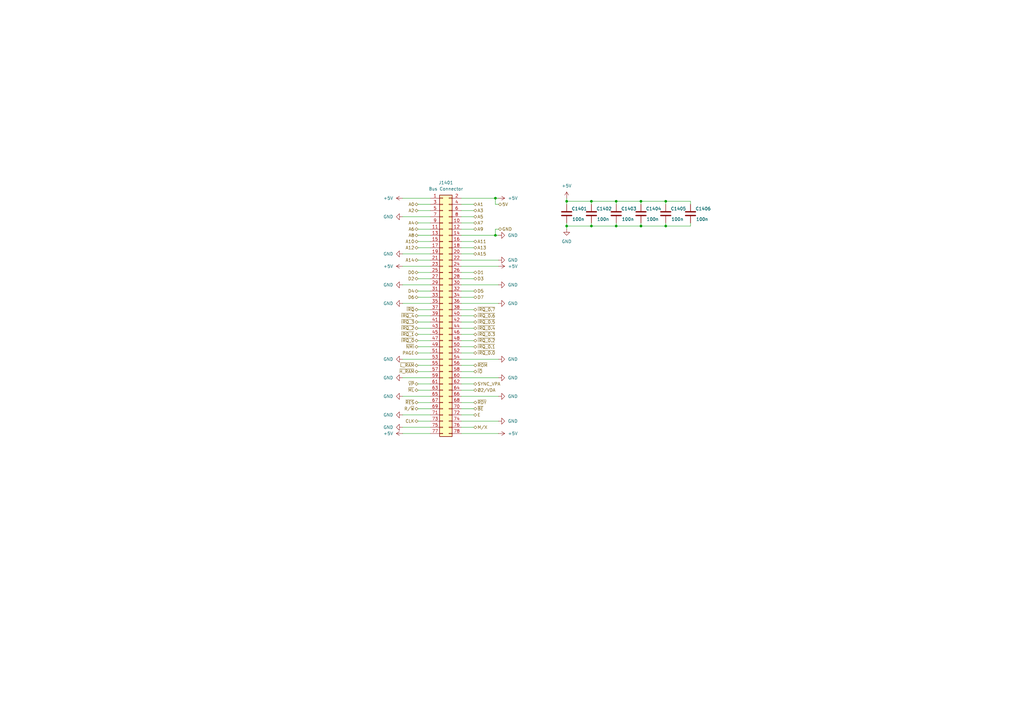
<source format=kicad_sch>
(kicad_sch (version 20231120) (generator "eeschema") (generator_version "8.0")
  (paper "A3")
  (title_block (title "SY65 Bus Card x16") (date "2024-06-16") (rev "1.0") (company "github.com/Synthron"))
  (lib_symbols
    (symbol "Connector_Generic:Conn_02x39_Odd_Even" (pin_names (offset 1.016) hide)
      (property "Reference" "J" (at 1.27 50.8 0))
      (property "Value" "Conn_02x39_Odd_Even" (at 1.27 -50.8 0))
      (symbol "Conn_02x39_Odd_Even_1_1"
        (rectangle (start -1.27 -48.133) (end 0 -48.387) (stroke (width 0.1524)))
        (rectangle (start -1.27 -45.593) (end 0 -45.847) (stroke (width 0.1524)))
        (rectangle (start -1.27 -43.053) (end 0 -43.307) (stroke (width 0.1524)))
        (rectangle (start -1.27 -40.513) (end 0 -40.767) (stroke (width 0.1524)))
        (rectangle (start -1.27 -37.973) (end 0 -38.227) (stroke (width 0.1524)))
        (rectangle (start -1.27 -35.433) (end 0 -35.687) (stroke (width 0.1524)))
        (rectangle (start -1.27 -32.893) (end 0 -33.147) (stroke (width 0.1524)))
        (rectangle (start -1.27 -30.353) (end 0 -30.607) (stroke (width 0.1524)))
        (rectangle (start -1.27 -27.813) (end 0 -28.067) (stroke (width 0.1524)))
        (rectangle (start -1.27 -25.273) (end 0 -25.527) (stroke (width 0.1524)))
        (rectangle (start -1.27 -22.733) (end 0 -22.987) (stroke (width 0.1524)))
        (rectangle (start -1.27 -20.193) (end 0 -20.447) (stroke (width 0.1524)))
        (rectangle (start -1.27 -17.653) (end 0 -17.907) (stroke (width 0.1524)))
        (rectangle (start -1.27 -15.113) (end 0 -15.367) (stroke (width 0.1524)))
        (rectangle (start -1.27 -12.573) (end 0 -12.827) (stroke (width 0.1524)))
        (rectangle (start -1.27 -10.033) (end 0 -10.287) (stroke (width 0.1524)))
        (rectangle (start -1.27 -7.493) (end 0 -7.747) (stroke (width 0.1524)))
        (rectangle (start -1.27 -4.953) (end 0 -5.207) (stroke (width 0.1524)))
        (rectangle (start -1.27 -2.413) (end 0 -2.667) (stroke (width 0.1524)))
        (rectangle (start -1.27 0.127) (end 0 -0.127) (stroke (width 0.1524)))
        (rectangle (start -1.27 2.667) (end 0 2.413) (stroke (width 0.1524)))
        (rectangle (start -1.27 5.207) (end 0 4.953) (stroke (width 0.1524)))
        (rectangle (start -1.27 7.747) (end 0 7.493) (stroke (width 0.1524)))
        (rectangle (start -1.27 10.287) (end 0 10.033) (stroke (width 0.1524)))
        (rectangle (start -1.27 12.827) (end 0 12.573) (stroke (width 0.1524)))
        (rectangle (start -1.27 15.367) (end 0 15.113) (stroke (width 0.1524)))
        (rectangle (start -1.27 17.907) (end 0 17.653) (stroke (width 0.1524)))
        (rectangle (start -1.27 20.447) (end 0 20.193) (stroke (width 0.1524)))
        (rectangle (start -1.27 22.987) (end 0 22.733) (stroke (width 0.1524)))
        (rectangle (start -1.27 25.527) (end 0 25.273) (stroke (width 0.1524)))
        (rectangle (start -1.27 28.067) (end 0 27.813) (stroke (width 0.1524)))
        (rectangle (start -1.27 30.607) (end 0 30.353) (stroke (width 0.1524)))
        (rectangle (start -1.27 33.147) (end 0 32.893) (stroke (width 0.1524)))
        (rectangle (start -1.27 35.687) (end 0 35.433) (stroke (width 0.1524)))
        (rectangle (start -1.27 38.227) (end 0 37.973) (stroke (width 0.1524)))
        (rectangle (start -1.27 40.767) (end 0 40.513) (stroke (width 0.1524)))
        (rectangle (start -1.27 43.307) (end 0 43.053) (stroke (width 0.1524)))
        (rectangle (start -1.27 45.847) (end 0 45.593) (stroke (width 0.1524)))
        (rectangle (start -1.27 48.387) (end 0 48.133) (stroke (width 0.1524)))
        (rectangle (start -1.27 49.53) (end 3.81 -49.53) (stroke (width 0.254)) (fill (type background)))
        (rectangle (start 3.81 -48.133) (end 2.54 -48.387) (stroke (width 0.1524)))
        (rectangle (start 3.81 -45.593) (end 2.54 -45.847) (stroke (width 0.1524)))
        (rectangle (start 3.81 -43.053) (end 2.54 -43.307) (stroke (width 0.1524)))
        (rectangle (start 3.81 -40.513) (end 2.54 -40.767) (stroke (width 0.1524)))
        (rectangle (start 3.81 -37.973) (end 2.54 -38.227) (stroke (width 0.1524)))
        (rectangle (start 3.81 -35.433) (end 2.54 -35.687) (stroke (width 0.1524)))
        (rectangle (start 3.81 -32.893) (end 2.54 -33.147) (stroke (width 0.1524)))
        (rectangle (start 3.81 -30.353) (end 2.54 -30.607) (stroke (width 0.1524)))
        (rectangle (start 3.81 -27.813) (end 2.54 -28.067) (stroke (width 0.1524)))
        (rectangle (start 3.81 -25.273) (end 2.54 -25.527) (stroke (width 0.1524)))
        (rectangle (start 3.81 -22.733) (end 2.54 -22.987) (stroke (width 0.1524)))
        (rectangle (start 3.81 -20.193) (end 2.54 -20.447) (stroke (width 0.1524)))
        (rectangle (start 3.81 -17.653) (end 2.54 -17.907) (stroke (width 0.1524)))
        (rectangle (start 3.81 -15.113) (end 2.54 -15.367) (stroke (width 0.1524)))
        (rectangle (start 3.81 -12.573) (end 2.54 -12.827) (stroke (width 0.1524)))
        (rectangle (start 3.81 -10.033) (end 2.54 -10.287) (stroke (width 0.1524)))
        (rectangle (start 3.81 -7.493) (end 2.54 -7.747) (stroke (width 0.1524)))
        (rectangle (start 3.81 -4.953) (end 2.54 -5.207) (stroke (width 0.1524)))
        (rectangle (start 3.81 -2.413) (end 2.54 -2.667) (stroke (width 0.1524)))
        (rectangle (start 3.81 0.127) (end 2.54 -0.127) (stroke (width 0.1524)))
        (rectangle (start 3.81 2.667) (end 2.54 2.413) (stroke (width 0.1524)))
        (rectangle (start 3.81 5.207) (end 2.54 4.953) (stroke (width 0.1524)))
        (rectangle (start 3.81 7.747) (end 2.54 7.493) (stroke (width 0.1524)))
        (rectangle (start 3.81 10.287) (end 2.54 10.033) (stroke (width 0.1524)))
        (rectangle (start 3.81 12.827) (end 2.54 12.573) (stroke (width 0.1524)))
        (rectangle (start 3.81 15.367) (end 2.54 15.113) (stroke (width 0.1524)))
        (rectangle (start 3.81 17.907) (end 2.54 17.653) (stroke (width 0.1524)))
        (rectangle (start 3.81 20.447) (end 2.54 20.193) (stroke (width 0.1524)))
        (rectangle (start 3.81 22.987) (end 2.54 22.733) (stroke (width 0.1524)))
        (rectangle (start 3.81 25.527) (end 2.54 25.273) (stroke (width 0.1524)))
        (rectangle (start 3.81 28.067) (end 2.54 27.813) (stroke (width 0.1524)))
        (rectangle (start 3.81 30.607) (end 2.54 30.353) (stroke (width 0.1524)))
        (rectangle (start 3.81 33.147) (end 2.54 32.893) (stroke (width 0.1524)))
        (rectangle (start 3.81 35.687) (end 2.54 35.433) (stroke (width 0.1524)))
        (rectangle (start 3.81 38.227) (end 2.54 37.973) (stroke (width 0.1524)))
        (rectangle (start 3.81 40.767) (end 2.54 40.513) (stroke (width 0.1524)))
        (rectangle (start 3.81 43.307) (end 2.54 43.053) (stroke (width 0.1524)))
        (rectangle (start 3.81 45.847) (end 2.54 45.593) (stroke (width 0.1524)))
        (rectangle (start 3.81 48.387) (end 2.54 48.133) (stroke (width 0.1524)))
        (pin passive line (at -5.08 48.26 0) (length 3.81) (name "Pin_1") (number "1"))
        (pin passive line (at 7.62 38.1 180) (length 3.81) (name "Pin_10") (number "10"))
        (pin passive line (at -5.08 35.56 0) (length 3.81) (name "Pin_11") (number "11"))
        (pin passive line (at 7.62 35.56 180) (length 3.81) (name "Pin_12") (number "12"))
        (pin passive line (at -5.08 33.02 0) (length 3.81) (name "Pin_13") (number "13"))
        (pin passive line (at 7.62 33.02 180) (length 3.81) (name "Pin_14") (number "14"))
        (pin passive line (at -5.08 30.48 0) (length 3.81) (name "Pin_15") (number "15"))
        (pin passive line (at 7.62 30.48 180) (length 3.81) (name "Pin_16") (number "16"))
        (pin passive line (at -5.08 27.94 0) (length 3.81) (name "Pin_17") (number "17"))
        (pin passive line (at 7.62 27.94 180) (length 3.81) (name "Pin_18") (number "18"))
        (pin passive line (at -5.08 25.4 0) (length 3.81) (name "Pin_19") (number "19"))
        (pin passive line (at 7.62 48.26 180) (length 3.81) (name "Pin_2") (number "2"))
        (pin passive line (at 7.62 25.4 180) (length 3.81) (name "Pin_20") (number "20"))
        (pin passive line (at -5.08 22.86 0) (length 3.81) (name "Pin_21") (number "21"))
        (pin passive line (at 7.62 22.86 180) (length 3.81) (name "Pin_22") (number "22"))
        (pin passive line (at -5.08 20.32 0) (length 3.81) (name "Pin_23") (number "23"))
        (pin passive line (at 7.62 20.32 180) (length 3.81) (name "Pin_24") (number "24"))
        (pin passive line (at -5.08 17.78 0) (length 3.81) (name "Pin_25") (number "25"))
        (pin passive line (at 7.62 17.78 180) (length 3.81) (name "Pin_26") (number "26"))
        (pin passive line (at -5.08 15.24 0) (length 3.81) (name "Pin_27") (number "27"))
        (pin passive line (at 7.62 15.24 180) (length 3.81) (name "Pin_28") (number "28"))
        (pin passive line (at -5.08 12.7 0) (length 3.81) (name "Pin_29") (number "29"))
        (pin passive line (at -5.08 45.72 0) (length 3.81) (name "Pin_3") (number "3"))
        (pin passive line (at 7.62 12.7 180) (length 3.81) (name "Pin_30") (number "30"))
        (pin passive line (at -5.08 10.16 0) (length 3.81) (name "Pin_31") (number "31"))
        (pin passive line (at 7.62 10.16 180) (length 3.81) (name "Pin_32") (number "32"))
        (pin passive line (at -5.08 7.62 0) (length 3.81) (name "Pin_33") (number "33"))
        (pin passive line (at 7.62 7.62 180) (length 3.81) (name "Pin_34") (number "34"))
        (pin passive line (at -5.08 5.08 0) (length 3.81) (name "Pin_35") (number "35"))
        (pin passive line (at 7.62 5.08 180) (length 3.81) (name "Pin_36") (number "36"))
        (pin passive line (at -5.08 2.54 0) (length 3.81) (name "Pin_37") (number "37"))
        (pin passive line (at 7.62 2.54 180) (length 3.81) (name "Pin_38") (number "38"))
        (pin passive line (at -5.08 0 0) (length 3.81) (name "Pin_39") (number "39"))
        (pin passive line (at 7.62 45.72 180) (length 3.81) (name "Pin_4") (number "4"))
        (pin passive line (at 7.62 0 180) (length 3.81) (name "Pin_40") (number "40"))
        (pin passive line (at -5.08 -2.54 0) (length 3.81) (name "Pin_41") (number "41"))
        (pin passive line (at 7.62 -2.54 180) (length 3.81) (name "Pin_42") (number "42"))
        (pin passive line (at -5.08 -5.08 0) (length 3.81) (name "Pin_43") (number "43"))
        (pin passive line (at 7.62 -5.08 180) (length 3.81) (name "Pin_44") (number "44"))
        (pin passive line (at -5.08 -7.62 0) (length 3.81) (name "Pin_45") (number "45"))
        (pin passive line (at 7.62 -7.62 180) (length 3.81) (name "Pin_46") (number "46"))
        (pin passive line (at -5.08 -10.16 0) (length 3.81) (name "Pin_47") (number "47"))
        (pin passive line (at 7.62 -10.16 180) (length 3.81) (name "Pin_48") (number "48"))
        (pin passive line (at -5.08 -12.7 0) (length 3.81) (name "Pin_49") (number "49"))
        (pin passive line (at -5.08 43.18 0) (length 3.81) (name "Pin_5") (number "5"))
        (pin passive line (at 7.62 -12.7 180) (length 3.81) (name "Pin_50") (number "50"))
        (pin passive line (at -5.08 -15.24 0) (length 3.81) (name "Pin_51") (number "51"))
        (pin passive line (at 7.62 -15.24 180) (length 3.81) (name "Pin_52") (number "52"))
        (pin passive line (at -5.08 -17.78 0) (length 3.81) (name "Pin_53") (number "53"))
        (pin passive line (at 7.62 -17.78 180) (length 3.81) (name "Pin_54") (number "54"))
        (pin passive line (at -5.08 -20.32 0) (length 3.81) (name "Pin_55") (number "55"))
        (pin passive line (at 7.62 -20.32 180) (length 3.81) (name "Pin_56") (number "56"))
        (pin passive line (at -5.08 -22.86 0) (length 3.81) (name "Pin_57") (number "57"))
        (pin passive line (at 7.62 -22.86 180) (length 3.81) (name "Pin_58") (number "58"))
        (pin passive line (at -5.08 -25.4 0) (length 3.81) (name "Pin_59") (number "59"))
        (pin passive line (at 7.62 43.18 180) (length 3.81) (name "Pin_6") (number "6"))
        (pin passive line (at 7.62 -25.4 180) (length 3.81) (name "Pin_60") (number "60"))
        (pin passive line (at -5.08 -27.94 0) (length 3.81) (name "Pin_61") (number "61"))
        (pin passive line (at 7.62 -27.94 180) (length 3.81) (name "Pin_62") (number "62"))
        (pin passive line (at -5.08 -30.48 0) (length 3.81) (name "Pin_63") (number "63"))
        (pin passive line (at 7.62 -30.48 180) (length 3.81) (name "Pin_64") (number "64"))
        (pin passive line (at -5.08 -33.02 0) (length 3.81) (name "Pin_65") (number "65"))
        (pin passive line (at 7.62 -33.02 180) (length 3.81) (name "Pin_66") (number "66"))
        (pin passive line (at -5.08 -35.56 0) (length 3.81) (name "Pin_67") (number "67"))
        (pin passive line (at 7.62 -35.56 180) (length 3.81) (name "Pin_68") (number "68"))
        (pin passive line (at -5.08 -38.1 0) (length 3.81) (name "Pin_69") (number "69"))
        (pin passive line (at -5.08 40.64 0) (length 3.81) (name "Pin_7") (number "7"))
        (pin passive line (at 7.62 -38.1 180) (length 3.81) (name "Pin_70") (number "70"))
        (pin passive line (at -5.08 -40.64 0) (length 3.81) (name "Pin_71") (number "71"))
        (pin passive line (at 7.62 -40.64 180) (length 3.81) (name "Pin_72") (number "72"))
        (pin passive line (at -5.08 -43.18 0) (length 3.81) (name "Pin_73") (number "73"))
        (pin passive line (at 7.62 -43.18 180) (length 3.81) (name "Pin_74") (number "74"))
        (pin passive line (at -5.08 -45.72 0) (length 3.81) (name "Pin_75") (number "75"))
        (pin passive line (at 7.62 -45.72 180) (length 3.81) (name "Pin_76") (number "76"))
        (pin passive line (at -5.08 -48.26 0) (length 3.81) (name "Pin_77") (number "77"))
        (pin passive line (at 7.62 -48.26 180) (length 3.81) (name "Pin_78") (number "78"))
        (pin passive line (at 7.62 40.64 180) (length 3.81) (name "Pin_8") (number "8"))
        (pin passive line (at -5.08 38.1 0) (length 3.81) (name "Pin_9") (number "9"))
      )
    )
    (symbol "Device:C" (pin_numbers hide) (pin_names (offset 0.254))
      (property "Reference" "C" (at 0.635 2.54 0))
      (property "Value" "C" (at 0.635 -2.54 0))
      (symbol "C_0_1"
        (polyline (pts (xy -2.032 -0.762) (xy 2.032 -0.762)) (stroke (width 0.508)))
        (polyline (pts (xy -2.032 0.762) (xy 2.032 0.762)) (stroke (width 0.508)))
      )
      (symbol "C_1_1"
        (pin passive line (at 0 3.81 270) (length 2.794) (name "~") (number "1"))
        (pin passive line (at 0 -3.81 90) (length 2.794) (name "~") (number "2"))
      )
    )
    (symbol "power:+5V" (power) (pin_numbers hide) (pin_names (offset 0) hide)
      (property "Value" "+5V" (at 0 3.556 0))
      (symbol "+5V_0_1"
        (polyline (pts (xy -0.762 1.27) (xy 0 2.54)))
        (polyline (pts (xy 0 0) (xy 0 2.54)))
        (polyline (pts (xy 0 2.54) (xy 0.762 1.27)))
      )
      (symbol "+5V_1_1"
        (pin power_in line (at 0 0 90) (length 0) (name "~") (number "1"))
      )
    )
    (symbol "power:GND" (power) (pin_numbers hide) (pin_names (offset 0) hide)
      (property "Value" "GND" (at 0 -3.81 0))
      (symbol "GND_0_1"
        (polyline (pts (xy 0 0) (xy 0 -1.27) (xy 1.27 -1.27) (xy 0 -2.54) (xy -1.27 -1.27) (xy 0 -1.27)))
      )
      (symbol "GND_1_1"
        (pin power_in line (at 0 0 270) (length 0) (name "~") (number "1"))
      )
    )
  )
  (junction (at 273.05 82.55))
  (junction (at 252.73 82.55))
  (junction (at 262.89 92.71))
  (junction (at 203.2 81.28))
  (junction (at 273.05 92.71))
  (junction (at 203.2 96.52))
  (junction (at 232.41 92.71))
  (junction (at 262.89 82.55))
  (junction (at 242.57 82.55))
  (junction (at 252.73 92.71))
  (junction (at 232.41 82.55))
  (junction (at 242.57 92.71))
  (wire (pts (xy 273.05 82.55) (xy 273.05 83.82)))
  (wire (pts (xy 171.45 142.24) (xy 176.53 142.24)))
  (wire (pts (xy 203.2 93.98) (xy 203.2 96.52)))
  (wire (pts (xy 194.31 119.38) (xy 189.23 119.38)))
  (wire (pts (xy 194.31 139.7) (xy 189.23 139.7)))
  (wire (pts (xy 171.45 83.82) (xy 176.53 83.82)))
  (wire (pts (xy 171.45 93.98) (xy 176.53 93.98)))
  (wire (pts (xy 171.45 160.02) (xy 176.53 160.02)))
  (wire (pts (xy 204.47 162.56) (xy 189.23 162.56)))
  (wire (pts (xy 171.45 165.1) (xy 176.53 165.1)))
  (wire (pts (xy 171.45 172.72) (xy 176.53 172.72)))
  (wire (pts (xy 204.47 109.22) (xy 189.23 109.22)))
  (wire (pts (xy 171.45 106.68) (xy 176.53 106.68)))
  (wire (pts (xy 194.31 157.48) (xy 189.23 157.48)))
  (wire (pts (xy 204.47 96.52) (xy 203.2 96.52)))
  (wire (pts (xy 262.89 91.44) (xy 262.89 92.71)))
  (wire (pts (xy 204.47 124.46) (xy 189.23 124.46)))
  (wire (pts (xy 242.57 92.71) (xy 232.41 92.71)))
  (wire (pts (xy 204.47 116.84) (xy 189.23 116.84)))
  (wire (pts (xy 252.73 92.71) (xy 242.57 92.71)))
  (wire (pts (xy 171.45 134.62) (xy 176.53 134.62)))
  (wire (pts (xy 194.31 127) (xy 189.23 127)))
  (wire (pts (xy 252.73 91.44) (xy 252.73 92.71)))
  (wire (pts (xy 194.31 83.82) (xy 189.23 83.82)))
  (wire (pts (xy 194.31 132.08) (xy 189.23 132.08)))
  (wire (pts (xy 194.31 121.92) (xy 189.23 121.92)))
  (wire (pts (xy 194.31 134.62) (xy 189.23 134.62)))
  (wire (pts (xy 204.47 147.32) (xy 189.23 147.32)))
  (wire (pts (xy 171.45 129.54) (xy 176.53 129.54)))
  (wire (pts (xy 194.31 88.9) (xy 189.23 88.9)))
  (wire (pts (xy 171.45 167.64) (xy 176.53 167.64)))
  (wire (pts (xy 165.1 81.28) (xy 176.53 81.28)))
  (wire (pts (xy 273.05 82.55) (xy 262.89 82.55)))
  (wire (pts (xy 171.45 111.76) (xy 176.53 111.76)))
  (wire (pts (xy 194.31 165.1) (xy 189.23 165.1)))
  (wire (pts (xy 165.1 154.94) (xy 176.53 154.94)))
  (wire (pts (xy 171.45 119.38) (xy 176.53 119.38)))
  (wire (pts (xy 252.73 82.55) (xy 242.57 82.55)))
  (wire (pts (xy 165.1 88.9) (xy 176.53 88.9)))
  (wire (pts (xy 194.31 149.86) (xy 189.23 149.86)))
  (wire (pts (xy 204.47 83.82) (xy 203.2 83.82)))
  (wire (pts (xy 194.31 111.76) (xy 189.23 111.76)))
  (wire (pts (xy 171.45 144.78) (xy 176.53 144.78)))
  (wire (pts (xy 165.1 147.32) (xy 176.53 147.32)))
  (wire (pts (xy 194.31 160.02) (xy 189.23 160.02)))
  (wire (pts (xy 165.1 175.26) (xy 176.53 175.26)))
  (wire (pts (xy 203.2 83.82) (xy 203.2 81.28)))
  (wire (pts (xy 273.05 92.71) (xy 262.89 92.71)))
  (wire (pts (xy 194.31 86.36) (xy 189.23 86.36)))
  (wire (pts (xy 273.05 91.44) (xy 273.05 92.71)))
  (wire (pts (xy 204.47 93.98) (xy 203.2 93.98)))
  (wire (pts (xy 262.89 82.55) (xy 252.73 82.55)))
  (wire (pts (xy 194.31 101.6) (xy 189.23 101.6)))
  (wire (pts (xy 171.45 132.08) (xy 176.53 132.08)))
  (wire (pts (xy 203.2 81.28) (xy 189.23 81.28)))
  (wire (pts (xy 262.89 92.71) (xy 252.73 92.71)))
  (wire (pts (xy 203.2 96.52) (xy 189.23 96.52)))
  (wire (pts (xy 171.45 139.7) (xy 176.53 139.7)))
  (wire (pts (xy 171.45 127) (xy 176.53 127)))
  (wire (pts (xy 171.45 152.4) (xy 176.53 152.4)))
  (wire (pts (xy 283.21 92.71) (xy 273.05 92.71)))
  (wire (pts (xy 171.45 157.48) (xy 176.53 157.48)))
  (wire (pts (xy 232.41 91.44) (xy 232.41 92.71)))
  (wire (pts (xy 194.31 170.18) (xy 189.23 170.18)))
  (wire (pts (xy 165.1 116.84) (xy 176.53 116.84)))
  (wire (pts (xy 194.31 137.16) (xy 189.23 137.16)))
  (wire (pts (xy 194.31 91.44) (xy 189.23 91.44)))
  (wire (pts (xy 171.45 121.92) (xy 176.53 121.92)))
  (wire (pts (xy 194.31 142.24) (xy 189.23 142.24)))
  (wire (pts (xy 171.45 99.06) (xy 176.53 99.06)))
  (wire (pts (xy 171.45 137.16) (xy 176.53 137.16)))
  (wire (pts (xy 232.41 82.55) (xy 232.41 81.28)))
  (wire (pts (xy 262.89 82.55) (xy 262.89 83.82)))
  (wire (pts (xy 171.45 149.86) (xy 176.53 149.86)))
  (wire (pts (xy 232.41 92.71) (xy 232.41 93.98)))
  (wire (pts (xy 204.47 81.28) (xy 203.2 81.28)))
  (wire (pts (xy 194.31 93.98) (xy 189.23 93.98)))
  (wire (pts (xy 171.45 96.52) (xy 176.53 96.52)))
  (wire (pts (xy 252.73 82.55) (xy 252.73 83.82)))
  (wire (pts (xy 165.1 104.14) (xy 176.53 104.14)))
  (wire (pts (xy 242.57 82.55) (xy 232.41 82.55)))
  (wire (pts (xy 242.57 91.44) (xy 242.57 92.71)))
  (wire (pts (xy 165.1 124.46) (xy 176.53 124.46)))
  (wire (pts (xy 165.1 109.22) (xy 176.53 109.22)))
  (wire (pts (xy 171.45 114.3) (xy 176.53 114.3)))
  (wire (pts (xy 194.31 114.3) (xy 189.23 114.3)))
  (wire (pts (xy 194.31 99.06) (xy 189.23 99.06)))
  (wire (pts (xy 194.31 129.54) (xy 189.23 129.54)))
  (wire (pts (xy 194.31 167.64) (xy 189.23 167.64)))
  (wire (pts (xy 204.47 106.68) (xy 189.23 106.68)))
  (wire (pts (xy 283.21 83.82) (xy 283.21 82.55)))
  (wire (pts (xy 204.47 177.8) (xy 189.23 177.8)))
  (wire (pts (xy 204.47 154.94) (xy 189.23 154.94)))
  (wire (pts (xy 165.1 177.8) (xy 176.53 177.8)))
  (wire (pts (xy 232.41 83.82) (xy 232.41 82.55)))
  (wire (pts (xy 171.45 91.44) (xy 176.53 91.44)))
  (wire (pts (xy 242.57 82.55) (xy 242.57 83.82)))
  (wire (pts (xy 283.21 91.44) (xy 283.21 92.71)))
  (wire (pts (xy 194.31 152.4) (xy 189.23 152.4)))
  (wire (pts (xy 194.31 175.26) (xy 189.23 175.26)))
  (wire (pts (xy 171.45 86.36) (xy 176.53 86.36)))
  (wire (pts (xy 171.45 101.6) (xy 176.53 101.6)))
  (wire (pts (xy 165.1 170.18) (xy 176.53 170.18)))
  (wire (pts (xy 194.31 104.14) (xy 189.23 104.14)))
  (wire (pts (xy 283.21 82.55) (xy 273.05 82.55)))
  (wire (pts (xy 165.1 162.56) (xy 176.53 162.56)))
  (wire (pts (xy 194.31 144.78) (xy 189.23 144.78)))
  (wire (pts (xy 204.47 172.72) (xy 189.23 172.72)))
  (hierarchical_label "A2" (shape bidirectional) (at 171.45 86.36 180))
  (hierarchical_label "~{ROM}" (shape bidirectional) (at 194.31 149.86 0))
  (hierarchical_label "A9" (shape bidirectional) (at 194.31 93.98 0))
  (hierarchical_label "~{IRQ_0.3}" (shape bidirectional) (at 194.31 137.16 0))
  (hierarchical_label "D4" (shape bidirectional) (at 171.45 119.38 180))
  (hierarchical_label "~{BE}" (shape bidirectional) (at 194.31 167.64 0))
  (hierarchical_label "~{IRQ_0}" (shape bidirectional) (at 171.45 139.7 180))
  (hierarchical_label "~{IRQ_3}" (shape bidirectional) (at 171.45 132.08 180))
  (hierarchical_label "E" (shape bidirectional) (at 194.31 170.18 0))
  (hierarchical_label "D3" (shape bidirectional) (at 194.31 114.3 0))
  (hierarchical_label "PAGE" (shape bidirectional) (at 171.45 144.78 180))
  (hierarchical_label "D7" (shape bidirectional) (at 194.31 121.92 0))
  (hierarchical_label "~{IRQ_1}" (shape bidirectional) (at 171.45 137.16 180))
  (hierarchical_label "~{IRQ}" (shape bidirectional) (at 171.45 127 180))
  (hierarchical_label "~{IRQ_4}" (shape bidirectional) (at 171.45 129.54 180))
  (hierarchical_label "~{IRQ_0.1}" (shape bidirectional) (at 194.31 142.24 0))
  (hierarchical_label "~{RES}" (shape bidirectional) (at 171.45 165.1 180))
  (hierarchical_label "A7" (shape bidirectional) (at 194.31 91.44 0))
  (hierarchical_label "M{slash}X" (shape bidirectional) (at 194.31 175.26 0))
  (hierarchical_label "D2" (shape bidirectional) (at 171.45 114.3 180))
  (hierarchical_label "A4" (shape bidirectional) (at 171.45 91.44 180))
  (hierarchical_label "D6" (shape bidirectional) (at 171.45 121.92 180))
  (hierarchical_label "~{IRQ_0.4}" (shape bidirectional) (at 194.31 134.62 0))
  (hierarchical_label "A12" (shape bidirectional) (at 171.45 101.6 180))
  (hierarchical_label "~{IRQ_0.7}" (shape bidirectional) (at 194.31 127 0))
  (hierarchical_label "~{ML}" (shape bidirectional) (at 171.45 160.02 180))
  (hierarchical_label "~{IRQ_0.0}" (shape bidirectional) (at 194.31 144.78 0))
  (hierarchical_label "~{IO}" (shape bidirectional) (at 194.31 152.4 0))
  (hierarchical_label "CLK" (shape bidirectional) (at 171.45 172.72 180))
  (hierarchical_label "A0" (shape bidirectional) (at 171.45 83.82 180))
  (hierarchical_label "A1" (shape bidirectional) (at 194.31 83.82 0))
  (hierarchical_label "SYNC_VPA" (shape bidirectional) (at 194.31 157.48 0))
  (hierarchical_label "Ø2{slash}VDA" (shape bidirectional) (at 194.31 160.02 0))
  (hierarchical_label "D1" (shape bidirectional) (at 194.31 111.76 0))
  (hierarchical_label "A13" (shape bidirectional) (at 194.31 101.6 0))
  (hierarchical_label "A8" (shape bidirectional) (at 171.45 96.52 180))
  (hierarchical_label "A3" (shape bidirectional) (at 194.31 86.36 0))
  (hierarchical_label "A10" (shape bidirectional) (at 171.45 99.06 180))
  (hierarchical_label "~{IRQ_0.2}" (shape bidirectional) (at 194.31 139.7 0))
  (hierarchical_label "A14" (shape bidirectional) (at 171.45 106.68 180))
  (hierarchical_label "GND" (shape bidirectional) (at 204.47 93.98 0))
  (hierarchical_label "~{VP}" (shape bidirectional) (at 171.45 157.48 180))
  (hierarchical_label "~{IRQ_0.5}" (shape bidirectional) (at 194.31 132.08 0))
  (hierarchical_label "A6" (shape bidirectional) (at 171.45 93.98 180))
  (hierarchical_label "D5" (shape bidirectional) (at 194.31 119.38 0))
  (hierarchical_label "A15" (shape bidirectional) (at 194.31 104.14 0))
  (hierarchical_label "~{IRQ_0.6}" (shape bidirectional) (at 194.31 129.54 0))
  (hierarchical_label "A5" (shape bidirectional) (at 194.31 88.9 0))
  (hierarchical_label "5V" (shape bidirectional) (at 204.47 83.82 0))
  (hierarchical_label "~{RDY}" (shape bidirectional) (at 194.31 165.1 0))
  (hierarchical_label "R{slash}~{W}" (shape bidirectional) (at 171.45 167.64 180))
  (hierarchical_label "A11" (shape bidirectional) (at 194.31 99.06 0))
  (hierarchical_label "~{IRQ_2}" (shape bidirectional) (at 171.45 134.62 180))
  (hierarchical_label "~{L_RAM}" (shape bidirectional) (at 171.45 149.86 180))
  (hierarchical_label "~{NMI}" (shape bidirectional) (at 171.45 142.24 180))
  (hierarchical_label "D0" (shape bidirectional) (at 171.45 111.76 180))
  (hierarchical_label "~{H_RAM}" (shape bidirectional) (at 171.45 152.4 180))
  (symbol (lib_id "Connector_Generic:Conn_02x39_Odd_Even") (at 181.61 129.54 0) (unit 1)
    (property "Reference" "J201" (at 182.88 74.93 0))
    (property "Value" "Bus Connector" (at 182.88 77.47 0))
    (property "Description" "Generic connector, double row, 02x39, odd/even pin numbering scheme (row 1 odd numbers, row 2 even numbers), script generated (kicad-library-utils/schlib/autogen/connector/)" (effects (hide yes)))
    (instances (project "Bus_Card" (path "" (reference "J1401") (unit 1)) (path "" (reference "J1101") (unit 1)) (path "" (reference "J1601") (unit 1)) (path "" (reference "J401") (unit 1)) (path "" (reference "J701") (unit 1)) (path "" (reference "J1501") (unit 1)) (path "" (reference "J601") (unit 1)) (path "" (reference "J801") (unit 1)) (path "" (reference "J201") (unit 1)) (path "" (reference "J1201") (unit 1)) (path "" (reference "J301") (unit 1)) (path "" (reference "J1701") (unit 1)) (path "" (reference "J1301") (unit 1)) (path "" (reference "J1001") (unit 1)) (path "" (reference "J501") (unit 1)) (path "" (reference "J901") (unit 1))))
  )
  (symbol (lib_id "power:GND") (at 232.41 93.98 0) (unit 1)
    (property "Reference" "#PWR0225" (effects (hide yes)))
    (property "Value" "GND" (at 232.41 99.06 0))
    (property "Description" "Power symbol creates a global label with name \"GND\" , ground" (effects (hide yes)))
    (instances (project "Bus_Card" (path "" (reference "#PWR01425") (unit 1)) (path "" (reference "#PWR01125") (unit 1)) (path "" (reference "#PWR01625") (unit 1)) (path "" (reference "#PWR0425") (unit 1)) (path "" (reference "#PWR0725") (unit 1)) (path "" (reference "#PWR01525") (unit 1)) (path "" (reference "#PWR0625") (unit 1)) (path "" (reference "#PWR0825") (unit 1)) (path "" (reference "#PWR0225") (unit 1)) (path "" (reference "#PWR01225") (unit 1)) (path "" (reference "#PWR0325") (unit 1)) (path "" (reference "#PWR01725") (unit 1)) (path "" (reference "#PWR01325") (unit 1)) (path "" (reference "#PWR01025") (unit 1)) (path "" (reference "#PWR0525") (unit 1)) (path "" (reference "#PWR0925") (unit 1))))
  )
  (symbol (lib_id "Device:C") (at 242.57 87.63 0) (unit 1)
    (property "Reference" "C202" (at 244.602 85.598 0) (effects (justify left)))
    (property "Value" "100n" (at 244.856 89.916 0) (effects (justify left)))
    (property "Description" "Unpolarized capacitor" (effects (hide yes)))
    (instances (project "Bus_Card" (path "" (reference "C1402") (unit 1)) (path "" (reference "C1102") (unit 1)) (path "" (reference "C1602") (unit 1)) (path "" (reference "C402") (unit 1)) (path "" (reference "C702") (unit 1)) (path "" (reference "C1502") (unit 1)) (path "" (reference "C602") (unit 1)) (path "" (reference "C802") (unit 1)) (path "" (reference "C202") (unit 1)) (path "" (reference "C1202") (unit 1)) (path "" (reference "C302") (unit 1)) (path "" (reference "C1702") (unit 1)) (path "" (reference "C1302") (unit 1)) (path "" (reference "C1002") (unit 1)) (path "" (reference "C502") (unit 1)) (path "" (reference "C902") (unit 1))))
  )
  (symbol (lib_id "power:GND") (at 165.1 175.26 270) (unit 1)
    (property "Reference" "#PWR0221" (effects (hide yes)))
    (property "Value" "GND" (at 161.29 175.2599 90) (effects (justify right)))
    (property "Description" "Power symbol creates a global label with name \"GND\" , ground" (effects (hide yes)))
    (instances (project "Bus_Card" (path "" (reference "#PWR01421") (unit 1)) (path "" (reference "#PWR01121") (unit 1)) (path "" (reference "#PWR01621") (unit 1)) (path "" (reference "#PWR0421") (unit 1)) (path "" (reference "#PWR0721") (unit 1)) (path "" (reference "#PWR01521") (unit 1)) (path "" (reference "#PWR0621") (unit 1)) (path "" (reference "#PWR0821") (unit 1)) (path "" (reference "#PWR0221") (unit 1)) (path "" (reference "#PWR01221") (unit 1)) (path "" (reference "#PWR0321") (unit 1)) (path "" (reference "#PWR01721") (unit 1)) (path "" (reference "#PWR01321") (unit 1)) (path "" (reference "#PWR01021") (unit 1)) (path "" (reference "#PWR0521") (unit 1)) (path "" (reference "#PWR0921") (unit 1))))
  )
  (symbol (lib_id "power:GND") (at 165.1 116.84 270) (unit 1)
    (property "Reference" "#PWR0209" (effects (hide yes)))
    (property "Value" "GND" (at 161.29 116.8399 90) (effects (justify right)))
    (property "Description" "Power symbol creates a global label with name \"GND\" , ground" (effects (hide yes)))
    (instances (project "Bus_Card" (path "" (reference "#PWR01409") (unit 1)) (path "" (reference "#PWR01109") (unit 1)) (path "" (reference "#PWR01609") (unit 1)) (path "" (reference "#PWR0409") (unit 1)) (path "" (reference "#PWR0709") (unit 1)) (path "" (reference "#PWR01509") (unit 1)) (path "" (reference "#PWR0609") (unit 1)) (path "" (reference "#PWR0809") (unit 1)) (path "" (reference "#PWR0209") (unit 1)) (path "" (reference "#PWR01209") (unit 1)) (path "" (reference "#PWR0309") (unit 1)) (path "" (reference "#PWR01709") (unit 1)) (path "" (reference "#PWR01309") (unit 1)) (path "" (reference "#PWR01009") (unit 1)) (path "" (reference "#PWR0509") (unit 1)) (path "" (reference "#PWR0909") (unit 1))))
  )
  (symbol (lib_id "power:GND") (at 204.47 96.52 90) (unit 1)
    (property "Reference" "#PWR0204" (effects (hide yes)))
    (property "Value" "GND" (at 208.28 96.5199 90) (effects (justify right)))
    (property "Description" "Power symbol creates a global label with name \"GND\" , ground" (effects (hide yes)))
    (instances (project "Bus_Card" (path "" (reference "#PWR01404") (unit 1)) (path "" (reference "#PWR01104") (unit 1)) (path "" (reference "#PWR01604") (unit 1)) (path "" (reference "#PWR0404") (unit 1)) (path "" (reference "#PWR0704") (unit 1)) (path "" (reference "#PWR01504") (unit 1)) (path "" (reference "#PWR0604") (unit 1)) (path "" (reference "#PWR0804") (unit 1)) (path "" (reference "#PWR0204") (unit 1)) (path "" (reference "#PWR01204") (unit 1)) (path "" (reference "#PWR0304") (unit 1)) (path "" (reference "#PWR01704") (unit 1)) (path "" (reference "#PWR01304") (unit 1)) (path "" (reference "#PWR01004") (unit 1)) (path "" (reference "#PWR0504") (unit 1)) (path "" (reference "#PWR0904") (unit 1))))
  )
  (symbol (lib_id "power:+5V") (at 165.1 81.28 90) (unit 1)
    (property "Reference" "#PWR0201" (effects (hide yes)))
    (property "Value" "+5V" (at 161.29 81.2799 90) (effects (justify left)))
    (property "Description" "Power symbol creates a global label with name \"+5V\"" (effects (hide yes)))
    (instances (project "Bus_Card" (path "" (reference "#PWR01401") (unit 1)) (path "" (reference "#PWR01101") (unit 1)) (path "" (reference "#PWR01601") (unit 1)) (path "" (reference "#PWR0401") (unit 1)) (path "" (reference "#PWR0701") (unit 1)) (path "" (reference "#PWR01501") (unit 1)) (path "" (reference "#PWR0601") (unit 1)) (path "" (reference "#PWR0801") (unit 1)) (path "" (reference "#PWR0201") (unit 1)) (path "" (reference "#PWR01201") (unit 1)) (path "" (reference "#PWR0301") (unit 1)) (path "" (reference "#PWR01701") (unit 1)) (path "" (reference "#PWR01301") (unit 1)) (path "" (reference "#PWR01001") (unit 1)) (path "" (reference "#PWR0501") (unit 1)) (path "" (reference "#PWR0901") (unit 1))))
  )
  (symbol (lib_id "Device:C") (at 262.89 87.63 0) (unit 1)
    (property "Reference" "C204" (at 264.922 85.598 0) (effects (justify left)))
    (property "Value" "100n" (at 265.176 89.916 0) (effects (justify left)))
    (property "Description" "Unpolarized capacitor" (effects (hide yes)))
    (instances (project "Bus_Card" (path "" (reference "C1404") (unit 1)) (path "" (reference "C1104") (unit 1)) (path "" (reference "C1604") (unit 1)) (path "" (reference "C404") (unit 1)) (path "" (reference "C704") (unit 1)) (path "" (reference "C1504") (unit 1)) (path "" (reference "C604") (unit 1)) (path "" (reference "C804") (unit 1)) (path "" (reference "C204") (unit 1)) (path "" (reference "C1204") (unit 1)) (path "" (reference "C304") (unit 1)) (path "" (reference "C1704") (unit 1)) (path "" (reference "C1304") (unit 1)) (path "" (reference "C1004") (unit 1)) (path "" (reference "C504") (unit 1)) (path "" (reference "C904") (unit 1))))
  )
  (symbol (lib_id "power:GND") (at 165.1 88.9 270) (unit 1)
    (property "Reference" "#PWR0203" (effects (hide yes)))
    (property "Value" "GND" (at 161.29 88.8999 90) (effects (justify right)))
    (property "Description" "Power symbol creates a global label with name \"GND\" , ground" (effects (hide yes)))
    (instances (project "Bus_Card" (path "" (reference "#PWR01403") (unit 1)) (path "" (reference "#PWR01103") (unit 1)) (path "" (reference "#PWR01603") (unit 1)) (path "" (reference "#PWR0403") (unit 1)) (path "" (reference "#PWR0703") (unit 1)) (path "" (reference "#PWR01503") (unit 1)) (path "" (reference "#PWR0603") (unit 1)) (path "" (reference "#PWR0803") (unit 1)) (path "" (reference "#PWR0203") (unit 1)) (path "" (reference "#PWR01203") (unit 1)) (path "" (reference "#PWR0303") (unit 1)) (path "" (reference "#PWR01703") (unit 1)) (path "" (reference "#PWR01303") (unit 1)) (path "" (reference "#PWR01003") (unit 1)) (path "" (reference "#PWR0503") (unit 1)) (path "" (reference "#PWR0903") (unit 1))))
  )
  (symbol (lib_id "power:+5V") (at 165.1 177.8 90) (unit 1)
    (property "Reference" "#PWR0222" (effects (hide yes)))
    (property "Value" "+5V" (at 161.29 177.7999 90) (effects (justify left)))
    (property "Description" "Power symbol creates a global label with name \"+5V\"" (effects (hide yes)))
    (instances (project "Bus_Card" (path "" (reference "#PWR01422") (unit 1)) (path "" (reference "#PWR01122") (unit 1)) (path "" (reference "#PWR01622") (unit 1)) (path "" (reference "#PWR0422") (unit 1)) (path "" (reference "#PWR0722") (unit 1)) (path "" (reference "#PWR01522") (unit 1)) (path "" (reference "#PWR0622") (unit 1)) (path "" (reference "#PWR0822") (unit 1)) (path "" (reference "#PWR0222") (unit 1)) (path "" (reference "#PWR01222") (unit 1)) (path "" (reference "#PWR0322") (unit 1)) (path "" (reference "#PWR01722") (unit 1)) (path "" (reference "#PWR01322") (unit 1)) (path "" (reference "#PWR01022") (unit 1)) (path "" (reference "#PWR0522") (unit 1)) (path "" (reference "#PWR0922") (unit 1))))
  )
  (symbol (lib_id "Device:C") (at 283.21 87.63 0) (unit 1)
    (property "Reference" "C206" (at 285.242 85.598 0) (effects (justify left)))
    (property "Value" "100n" (at 285.496 89.916 0) (effects (justify left)))
    (property "Description" "Unpolarized capacitor" (effects (hide yes)))
    (instances (project "Bus_Card" (path "" (reference "C1406") (unit 1)) (path "" (reference "C1106") (unit 1)) (path "" (reference "C1606") (unit 1)) (path "" (reference "C406") (unit 1)) (path "" (reference "C706") (unit 1)) (path "" (reference "C1506") (unit 1)) (path "" (reference "C606") (unit 1)) (path "" (reference "C806") (unit 1)) (path "" (reference "C206") (unit 1)) (path "" (reference "C1206") (unit 1)) (path "" (reference "C306") (unit 1)) (path "" (reference "C1706") (unit 1)) (path "" (reference "C1306") (unit 1)) (path "" (reference "C1006") (unit 1)) (path "" (reference "C506") (unit 1)) (path "" (reference "C906") (unit 1))))
  )
  (symbol (lib_id "power:GND") (at 204.47 154.94 90) (unit 1)
    (property "Reference" "#PWR0216" (effects (hide yes)))
    (property "Value" "GND" (at 208.28 154.9399 90) (effects (justify right)))
    (property "Description" "Power symbol creates a global label with name \"GND\" , ground" (effects (hide yes)))
    (instances (project "Bus_Card" (path "" (reference "#PWR01416") (unit 1)) (path "" (reference "#PWR01116") (unit 1)) (path "" (reference "#PWR01616") (unit 1)) (path "" (reference "#PWR0416") (unit 1)) (path "" (reference "#PWR0716") (unit 1)) (path "" (reference "#PWR01516") (unit 1)) (path "" (reference "#PWR0616") (unit 1)) (path "" (reference "#PWR0816") (unit 1)) (path "" (reference "#PWR0216") (unit 1)) (path "" (reference "#PWR01216") (unit 1)) (path "" (reference "#PWR0316") (unit 1)) (path "" (reference "#PWR01716") (unit 1)) (path "" (reference "#PWR01316") (unit 1)) (path "" (reference "#PWR01016") (unit 1)) (path "" (reference "#PWR0516") (unit 1)) (path "" (reference "#PWR0916") (unit 1))))
  )
  (symbol (lib_id "power:+5V") (at 165.1 109.22 90) (unit 1)
    (property "Reference" "#PWR0207" (effects (hide yes)))
    (property "Value" "+5V" (at 161.29 109.2199 90) (effects (justify left)))
    (property "Description" "Power symbol creates a global label with name \"+5V\"" (effects (hide yes)))
    (instances (project "Bus_Card" (path "" (reference "#PWR01407") (unit 1)) (path "" (reference "#PWR01107") (unit 1)) (path "" (reference "#PWR01607") (unit 1)) (path "" (reference "#PWR0407") (unit 1)) (path "" (reference "#PWR0707") (unit 1)) (path "" (reference "#PWR01507") (unit 1)) (path "" (reference "#PWR0607") (unit 1)) (path "" (reference "#PWR0807") (unit 1)) (path "" (reference "#PWR0207") (unit 1)) (path "" (reference "#PWR01207") (unit 1)) (path "" (reference "#PWR0307") (unit 1)) (path "" (reference "#PWR01707") (unit 1)) (path "" (reference "#PWR01307") (unit 1)) (path "" (reference "#PWR01007") (unit 1)) (path "" (reference "#PWR0507") (unit 1)) (path "" (reference "#PWR0907") (unit 1))))
  )
  (symbol (lib_id "power:GND") (at 204.47 106.68 90) (unit 1)
    (property "Reference" "#PWR0206" (effects (hide yes)))
    (property "Value" "GND" (at 208.28 106.6799 90) (effects (justify right)))
    (property "Description" "Power symbol creates a global label with name \"GND\" , ground" (effects (hide yes)))
    (instances (project "Bus_Card" (path "" (reference "#PWR01406") (unit 1)) (path "" (reference "#PWR01106") (unit 1)) (path "" (reference "#PWR01606") (unit 1)) (path "" (reference "#PWR0406") (unit 1)) (path "" (reference "#PWR0706") (unit 1)) (path "" (reference "#PWR01506") (unit 1)) (path "" (reference "#PWR0606") (unit 1)) (path "" (reference "#PWR0806") (unit 1)) (path "" (reference "#PWR0206") (unit 1)) (path "" (reference "#PWR01206") (unit 1)) (path "" (reference "#PWR0306") (unit 1)) (path "" (reference "#PWR01706") (unit 1)) (path "" (reference "#PWR01306") (unit 1)) (path "" (reference "#PWR01006") (unit 1)) (path "" (reference "#PWR0506") (unit 1)) (path "" (reference "#PWR0906") (unit 1))))
  )
  (symbol (lib_id "power:GND") (at 204.47 172.72 90) (unit 1)
    (property "Reference" "#PWR0220" (effects (hide yes)))
    (property "Value" "GND" (at 208.28 172.7199 90) (effects (justify right)))
    (property "Description" "Power symbol creates a global label with name \"GND\" , ground" (effects (hide yes)))
    (instances (project "Bus_Card" (path "" (reference "#PWR01420") (unit 1)) (path "" (reference "#PWR01120") (unit 1)) (path "" (reference "#PWR01620") (unit 1)) (path "" (reference "#PWR0420") (unit 1)) (path "" (reference "#PWR0720") (unit 1)) (path "" (reference "#PWR01520") (unit 1)) (path "" (reference "#PWR0620") (unit 1)) (path "" (reference "#PWR0820") (unit 1)) (path "" (reference "#PWR0220") (unit 1)) (path "" (reference "#PWR01220") (unit 1)) (path "" (reference "#PWR0320") (unit 1)) (path "" (reference "#PWR01720") (unit 1)) (path "" (reference "#PWR01320") (unit 1)) (path "" (reference "#PWR01020") (unit 1)) (path "" (reference "#PWR0520") (unit 1)) (path "" (reference "#PWR0920") (unit 1))))
  )
  (symbol (lib_id "power:+5V") (at 204.47 177.8 270) (unit 1)
    (property "Reference" "#PWR0223" (effects (hide yes)))
    (property "Value" "+5V" (at 208.28 177.7999 90) (effects (justify left)))
    (property "Description" "Power symbol creates a global label with name \"+5V\"" (effects (hide yes)))
    (instances (project "Bus_Card" (path "" (reference "#PWR01423") (unit 1)) (path "" (reference "#PWR01123") (unit 1)) (path "" (reference "#PWR01623") (unit 1)) (path "" (reference "#PWR0423") (unit 1)) (path "" (reference "#PWR0723") (unit 1)) (path "" (reference "#PWR01523") (unit 1)) (path "" (reference "#PWR0623") (unit 1)) (path "" (reference "#PWR0823") (unit 1)) (path "" (reference "#PWR0223") (unit 1)) (path "" (reference "#PWR01223") (unit 1)) (path "" (reference "#PWR0323") (unit 1)) (path "" (reference "#PWR01723") (unit 1)) (path "" (reference "#PWR01323") (unit 1)) (path "" (reference "#PWR01023") (unit 1)) (path "" (reference "#PWR0523") (unit 1)) (path "" (reference "#PWR0923") (unit 1))))
  )
  (symbol (lib_id "power:GND") (at 204.47 162.56 90) (unit 1)
    (property "Reference" "#PWR0218" (effects (hide yes)))
    (property "Value" "GND" (at 208.28 162.5599 90) (effects (justify right)))
    (property "Description" "Power symbol creates a global label with name \"GND\" , ground" (effects (hide yes)))
    (instances (project "Bus_Card" (path "" (reference "#PWR01418") (unit 1)) (path "" (reference "#PWR01118") (unit 1)) (path "" (reference "#PWR01618") (unit 1)) (path "" (reference "#PWR0418") (unit 1)) (path "" (reference "#PWR0718") (unit 1)) (path "" (reference "#PWR01518") (unit 1)) (path "" (reference "#PWR0618") (unit 1)) (path "" (reference "#PWR0818") (unit 1)) (path "" (reference "#PWR0218") (unit 1)) (path "" (reference "#PWR01218") (unit 1)) (path "" (reference "#PWR0318") (unit 1)) (path "" (reference "#PWR01718") (unit 1)) (path "" (reference "#PWR01318") (unit 1)) (path "" (reference "#PWR01018") (unit 1)) (path "" (reference "#PWR0518") (unit 1)) (path "" (reference "#PWR0918") (unit 1))))
  )
  (symbol (lib_id "Device:C") (at 273.05 87.63 0) (unit 1)
    (property "Reference" "C205" (at 275.082 85.598 0) (effects (justify left)))
    (property "Value" "100n" (at 275.336 89.916 0) (effects (justify left)))
    (property "Description" "Unpolarized capacitor" (effects (hide yes)))
    (instances (project "Bus_Card" (path "" (reference "C1405") (unit 1)) (path "" (reference "C1105") (unit 1)) (path "" (reference "C1605") (unit 1)) (path "" (reference "C405") (unit 1)) (path "" (reference "C705") (unit 1)) (path "" (reference "C1505") (unit 1)) (path "" (reference "C605") (unit 1)) (path "" (reference "C805") (unit 1)) (path "" (reference "C205") (unit 1)) (path "" (reference "C1205") (unit 1)) (path "" (reference "C305") (unit 1)) (path "" (reference "C1705") (unit 1)) (path "" (reference "C1305") (unit 1)) (path "" (reference "C1005") (unit 1)) (path "" (reference "C505") (unit 1)) (path "" (reference "C905") (unit 1))))
  )
  (symbol (lib_id "power:GND") (at 204.47 124.46 90) (unit 1)
    (property "Reference" "#PWR0212" (effects (hide yes)))
    (property "Value" "GND" (at 208.28 124.4599 90) (effects (justify right)))
    (property "Description" "Power symbol creates a global label with name \"GND\" , ground" (effects (hide yes)))
    (instances (project "Bus_Card" (path "" (reference "#PWR01412") (unit 1)) (path "" (reference "#PWR01112") (unit 1)) (path "" (reference "#PWR01612") (unit 1)) (path "" (reference "#PWR0412") (unit 1)) (path "" (reference "#PWR0712") (unit 1)) (path "" (reference "#PWR01512") (unit 1)) (path "" (reference "#PWR0612") (unit 1)) (path "" (reference "#PWR0812") (unit 1)) (path "" (reference "#PWR0212") (unit 1)) (path "" (reference "#PWR01212") (unit 1)) (path "" (reference "#PWR0312") (unit 1)) (path "" (reference "#PWR01712") (unit 1)) (path "" (reference "#PWR01312") (unit 1)) (path "" (reference "#PWR01012") (unit 1)) (path "" (reference "#PWR0512") (unit 1)) (path "" (reference "#PWR0912") (unit 1))))
  )
  (symbol (lib_id "power:+5V") (at 204.47 81.28 270) (unit 1)
    (property "Reference" "#PWR0202" (effects (hide yes)))
    (property "Value" "+5V" (at 208.28 81.2799 90) (effects (justify left)))
    (property "Description" "Power symbol creates a global label with name \"+5V\"" (effects (hide yes)))
    (instances (project "Bus_Card" (path "" (reference "#PWR01402") (unit 1)) (path "" (reference "#PWR01102") (unit 1)) (path "" (reference "#PWR01602") (unit 1)) (path "" (reference "#PWR0402") (unit 1)) (path "" (reference "#PWR0702") (unit 1)) (path "" (reference "#PWR01502") (unit 1)) (path "" (reference "#PWR0602") (unit 1)) (path "" (reference "#PWR0802") (unit 1)) (path "" (reference "#PWR0202") (unit 1)) (path "" (reference "#PWR01202") (unit 1)) (path "" (reference "#PWR0302") (unit 1)) (path "" (reference "#PWR01702") (unit 1)) (path "" (reference "#PWR01302") (unit 1)) (path "" (reference "#PWR01002") (unit 1)) (path "" (reference "#PWR0502") (unit 1)) (path "" (reference "#PWR0902") (unit 1))))
  )
  (symbol (lib_id "power:GND") (at 204.47 116.84 90) (unit 1)
    (property "Reference" "#PWR0210" (effects (hide yes)))
    (property "Value" "GND" (at 208.28 116.8399 90) (effects (justify right)))
    (property "Description" "Power symbol creates a global label with name \"GND\" , ground" (effects (hide yes)))
    (instances (project "Bus_Card" (path "" (reference "#PWR01410") (unit 1)) (path "" (reference "#PWR01110") (unit 1)) (path "" (reference "#PWR01610") (unit 1)) (path "" (reference "#PWR0410") (unit 1)) (path "" (reference "#PWR0710") (unit 1)) (path "" (reference "#PWR01510") (unit 1)) (path "" (reference "#PWR0610") (unit 1)) (path "" (reference "#PWR0810") (unit 1)) (path "" (reference "#PWR0210") (unit 1)) (path "" (reference "#PWR01210") (unit 1)) (path "" (reference "#PWR0310") (unit 1)) (path "" (reference "#PWR01710") (unit 1)) (path "" (reference "#PWR01310") (unit 1)) (path "" (reference "#PWR01010") (unit 1)) (path "" (reference "#PWR0510") (unit 1)) (path "" (reference "#PWR0910") (unit 1))))
  )
  (symbol (lib_id "Device:C") (at 232.41 87.63 0) (unit 1)
    (property "Reference" "C201" (at 234.442 85.598 0) (effects (justify left)))
    (property "Value" "100n" (at 234.696 89.916 0) (effects (justify left)))
    (property "Description" "Unpolarized capacitor" (effects (hide yes)))
    (instances (project "" (path "" (reference "C1401") (unit 1)) (path "" (reference "C1101") (unit 1)) (path "" (reference "C1601") (unit 1)) (path "" (reference "C401") (unit 1)) (path "" (reference "C701") (unit 1)) (path "" (reference "C1501") (unit 1)) (path "" (reference "C601") (unit 1)) (path "" (reference "C801") (unit 1)) (path "" (reference "C201") (unit 1)) (path "" (reference "C1201") (unit 1)) (path "" (reference "C301") (unit 1)) (path "" (reference "C1701") (unit 1)) (path "" (reference "C1301") (unit 1)) (path "" (reference "C1001") (unit 1)) (path "" (reference "C501") (unit 1)) (path "" (reference "C901") (unit 1))))
  )
  (symbol (lib_id "power:GND") (at 165.1 170.18 270) (unit 1)
    (property "Reference" "#PWR0219" (effects (hide yes)))
    (property "Value" "GND" (at 161.29 170.1799 90) (effects (justify right)))
    (property "Description" "Power symbol creates a global label with name \"GND\" , ground" (effects (hide yes)))
    (instances (project "Bus_Card" (path "" (reference "#PWR01419") (unit 1)) (path "" (reference "#PWR01119") (unit 1)) (path "" (reference "#PWR01619") (unit 1)) (path "" (reference "#PWR0419") (unit 1)) (path "" (reference "#PWR0719") (unit 1)) (path "" (reference "#PWR01519") (unit 1)) (path "" (reference "#PWR0619") (unit 1)) (path "" (reference "#PWR0819") (unit 1)) (path "" (reference "#PWR0219") (unit 1)) (path "" (reference "#PWR01219") (unit 1)) (path "" (reference "#PWR0319") (unit 1)) (path "" (reference "#PWR01719") (unit 1)) (path "" (reference "#PWR01319") (unit 1)) (path "" (reference "#PWR01019") (unit 1)) (path "" (reference "#PWR0519") (unit 1)) (path "" (reference "#PWR0919") (unit 1))))
  )
  (symbol (lib_id "power:+5V") (at 204.47 109.22 270) (unit 1)
    (property "Reference" "#PWR0208" (effects (hide yes)))
    (property "Value" "+5V" (at 208.28 109.2199 90) (effects (justify left)))
    (property "Description" "Power symbol creates a global label with name \"+5V\"" (effects (hide yes)))
    (instances (project "Bus_Card" (path "" (reference "#PWR01408") (unit 1)) (path "" (reference "#PWR01108") (unit 1)) (path "" (reference "#PWR01608") (unit 1)) (path "" (reference "#PWR0408") (unit 1)) (path "" (reference "#PWR0708") (unit 1)) (path "" (reference "#PWR01508") (unit 1)) (path "" (reference "#PWR0608") (unit 1)) (path "" (reference "#PWR0808") (unit 1)) (path "" (reference "#PWR0208") (unit 1)) (path "" (reference "#PWR01208") (unit 1)) (path "" (reference "#PWR0308") (unit 1)) (path "" (reference "#PWR01708") (unit 1)) (path "" (reference "#PWR01308") (unit 1)) (path "" (reference "#PWR01008") (unit 1)) (path "" (reference "#PWR0508") (unit 1)) (path "" (reference "#PWR0908") (unit 1))))
  )
  (symbol (lib_id "power:GND") (at 165.1 162.56 270) (unit 1)
    (property "Reference" "#PWR0217" (effects (hide yes)))
    (property "Value" "GND" (at 161.29 162.5599 90) (effects (justify right)))
    (property "Description" "Power symbol creates a global label with name \"GND\" , ground" (effects (hide yes)))
    (instances (project "Bus_Card" (path "" (reference "#PWR01417") (unit 1)) (path "" (reference "#PWR01117") (unit 1)) (path "" (reference "#PWR01617") (unit 1)) (path "" (reference "#PWR0417") (unit 1)) (path "" (reference "#PWR0717") (unit 1)) (path "" (reference "#PWR01517") (unit 1)) (path "" (reference "#PWR0617") (unit 1)) (path "" (reference "#PWR0817") (unit 1)) (path "" (reference "#PWR0217") (unit 1)) (path "" (reference "#PWR01217") (unit 1)) (path "" (reference "#PWR0317") (unit 1)) (path "" (reference "#PWR01717") (unit 1)) (path "" (reference "#PWR01317") (unit 1)) (path "" (reference "#PWR01017") (unit 1)) (path "" (reference "#PWR0517") (unit 1)) (path "" (reference "#PWR0917") (unit 1))))
  )
  (symbol (lib_id "power:GND") (at 204.47 147.32 90) (unit 1)
    (property "Reference" "#PWR0214" (effects (hide yes)))
    (property "Value" "GND" (at 208.28 147.3199 90) (effects (justify right)))
    (property "Description" "Power symbol creates a global label with name \"GND\" , ground" (effects (hide yes)))
    (instances (project "Bus_Card" (path "" (reference "#PWR01414") (unit 1)) (path "" (reference "#PWR01114") (unit 1)) (path "" (reference "#PWR01614") (unit 1)) (path "" (reference "#PWR0414") (unit 1)) (path "" (reference "#PWR0714") (unit 1)) (path "" (reference "#PWR01514") (unit 1)) (path "" (reference "#PWR0614") (unit 1)) (path "" (reference "#PWR0814") (unit 1)) (path "" (reference "#PWR0214") (unit 1)) (path "" (reference "#PWR01214") (unit 1)) (path "" (reference "#PWR0314") (unit 1)) (path "" (reference "#PWR01714") (unit 1)) (path "" (reference "#PWR01314") (unit 1)) (path "" (reference "#PWR01014") (unit 1)) (path "" (reference "#PWR0514") (unit 1)) (path "" (reference "#PWR0914") (unit 1))))
  )
  (symbol (lib_id "power:+5V") (at 232.41 81.28 0) (unit 1)
    (property "Reference" "#PWR0224" (effects (hide yes)))
    (property "Value" "+5V" (at 232.41 76.2 0))
    (property "Description" "Power symbol creates a global label with name \"+5V\"" (effects (hide yes)))
    (instances (project "Bus_Card" (path "" (reference "#PWR01424") (unit 1)) (path "" (reference "#PWR01124") (unit 1)) (path "" (reference "#PWR01624") (unit 1)) (path "" (reference "#PWR0424") (unit 1)) (path "" (reference "#PWR0724") (unit 1)) (path "" (reference "#PWR01524") (unit 1)) (path "" (reference "#PWR0624") (unit 1)) (path "" (reference "#PWR0824") (unit 1)) (path "" (reference "#PWR0224") (unit 1)) (path "" (reference "#PWR01224") (unit 1)) (path "" (reference "#PWR0324") (unit 1)) (path "" (reference "#PWR01724") (unit 1)) (path "" (reference "#PWR01324") (unit 1)) (path "" (reference "#PWR01024") (unit 1)) (path "" (reference "#PWR0524") (unit 1)) (path "" (reference "#PWR0924") (unit 1))))
  )
  (symbol (lib_id "power:GND") (at 165.1 124.46 270) (unit 1)
    (property "Reference" "#PWR0211" (effects (hide yes)))
    (property "Value" "GND" (at 161.29 124.4599 90) (effects (justify right)))
    (property "Description" "Power symbol creates a global label with name \"GND\" , ground" (effects (hide yes)))
    (instances (project "Bus_Card" (path "" (reference "#PWR01411") (unit 1)) (path "" (reference "#PWR01111") (unit 1)) (path "" (reference "#PWR01611") (unit 1)) (path "" (reference "#PWR0411") (unit 1)) (path "" (reference "#PWR0711") (unit 1)) (path "" (reference "#PWR01511") (unit 1)) (path "" (reference "#PWR0611") (unit 1)) (path "" (reference "#PWR0811") (unit 1)) (path "" (reference "#PWR0211") (unit 1)) (path "" (reference "#PWR01211") (unit 1)) (path "" (reference "#PWR0311") (unit 1)) (path "" (reference "#PWR01711") (unit 1)) (path "" (reference "#PWR01311") (unit 1)) (path "" (reference "#PWR01011") (unit 1)) (path "" (reference "#PWR0511") (unit 1)) (path "" (reference "#PWR0911") (unit 1))))
  )
  (symbol (lib_id "Device:C") (at 252.73 87.63 0) (unit 1)
    (property "Reference" "C203" (at 254.762 85.598 0) (effects (justify left)))
    (property "Value" "100n" (at 255.016 89.916 0) (effects (justify left)))
    (property "Description" "Unpolarized capacitor" (effects (hide yes)))
    (instances (project "Bus_Card" (path "" (reference "C1403") (unit 1)) (path "" (reference "C1103") (unit 1)) (path "" (reference "C1603") (unit 1)) (path "" (reference "C403") (unit 1)) (path "" (reference "C703") (unit 1)) (path "" (reference "C1503") (unit 1)) (path "" (reference "C603") (unit 1)) (path "" (reference "C803") (unit 1)) (path "" (reference "C203") (unit 1)) (path "" (reference "C1203") (unit 1)) (path "" (reference "C303") (unit 1)) (path "" (reference "C1703") (unit 1)) (path "" (reference "C1303") (unit 1)) (path "" (reference "C1003") (unit 1)) (path "" (reference "C503") (unit 1)) (path "" (reference "C903") (unit 1))))
  )
  (symbol (lib_id "power:GND") (at 165.1 154.94 270) (unit 1)
    (property "Reference" "#PWR0215" (effects (hide yes)))
    (property "Value" "GND" (at 161.29 154.9399 90) (effects (justify right)))
    (property "Description" "Power symbol creates a global label with name \"GND\" , ground" (effects (hide yes)))
    (instances (project "Bus_Card" (path "" (reference "#PWR01415") (unit 1)) (path "" (reference "#PWR01115") (unit 1)) (path "" (reference "#PWR01615") (unit 1)) (path "" (reference "#PWR0415") (unit 1)) (path "" (reference "#PWR0715") (unit 1)) (path "" (reference "#PWR01515") (unit 1)) (path "" (reference "#PWR0615") (unit 1)) (path "" (reference "#PWR0815") (unit 1)) (path "" (reference "#PWR0215") (unit 1)) (path "" (reference "#PWR01215") (unit 1)) (path "" (reference "#PWR0315") (unit 1)) (path "" (reference "#PWR01715") (unit 1)) (path "" (reference "#PWR01315") (unit 1)) (path "" (reference "#PWR01015") (unit 1)) (path "" (reference "#PWR0515") (unit 1)) (path "" (reference "#PWR0915") (unit 1))))
  )
  (symbol (lib_id "power:GND") (at 165.1 147.32 270) (unit 1)
    (property "Reference" "#PWR0213" (effects (hide yes)))
    (property "Value" "GND" (at 161.29 147.3199 90) (effects (justify right)))
    (property "Description" "Power symbol creates a global label with name \"GND\" , ground" (effects (hide yes)))
    (instances (project "Bus_Card" (path "" (reference "#PWR01413") (unit 1)) (path "" (reference "#PWR01113") (unit 1)) (path "" (reference "#PWR01613") (unit 1)) (path "" (reference "#PWR0413") (unit 1)) (path "" (reference "#PWR0713") (unit 1)) (path "" (reference "#PWR01513") (unit 1)) (path "" (reference "#PWR0613") (unit 1)) (path "" (reference "#PWR0813") (unit 1)) (path "" (reference "#PWR0213") (unit 1)) (path "" (reference "#PWR01213") (unit 1)) (path "" (reference "#PWR0313") (unit 1)) (path "" (reference "#PWR01713") (unit 1)) (path "" (reference "#PWR01313") (unit 1)) (path "" (reference "#PWR01013") (unit 1)) (path "" (reference "#PWR0513") (unit 1)) (path "" (reference "#PWR0913") (unit 1))))
  )
  (symbol (lib_id "power:GND") (at 165.1 104.14 270) (unit 1)
    (property "Reference" "#PWR0205" (effects (hide yes)))
    (property "Value" "GND" (at 161.29 104.1399 90) (effects (justify right)))
    (property "Description" "Power symbol creates a global label with name \"GND\" , ground" (effects (hide yes)))
    (instances (project "Bus_Card" (path "" (reference "#PWR01405") (unit 1)) (path "" (reference "#PWR01105") (unit 1)) (path "" (reference "#PWR01605") (unit 1)) (path "" (reference "#PWR0405") (unit 1)) (path "" (reference "#PWR0705") (unit 1)) (path "" (reference "#PWR01505") (unit 1)) (path "" (reference "#PWR0605") (unit 1)) (path "" (reference "#PWR0805") (unit 1)) (path "" (reference "#PWR0205") (unit 1)) (path "" (reference "#PWR01205") (unit 1)) (path "" (reference "#PWR0305") (unit 1)) (path "" (reference "#PWR01705") (unit 1)) (path "" (reference "#PWR01305") (unit 1)) (path "" (reference "#PWR01005") (unit 1)) (path "" (reference "#PWR0505") (unit 1)) (path "" (reference "#PWR0905") (unit 1))))
  )
)
</source>
